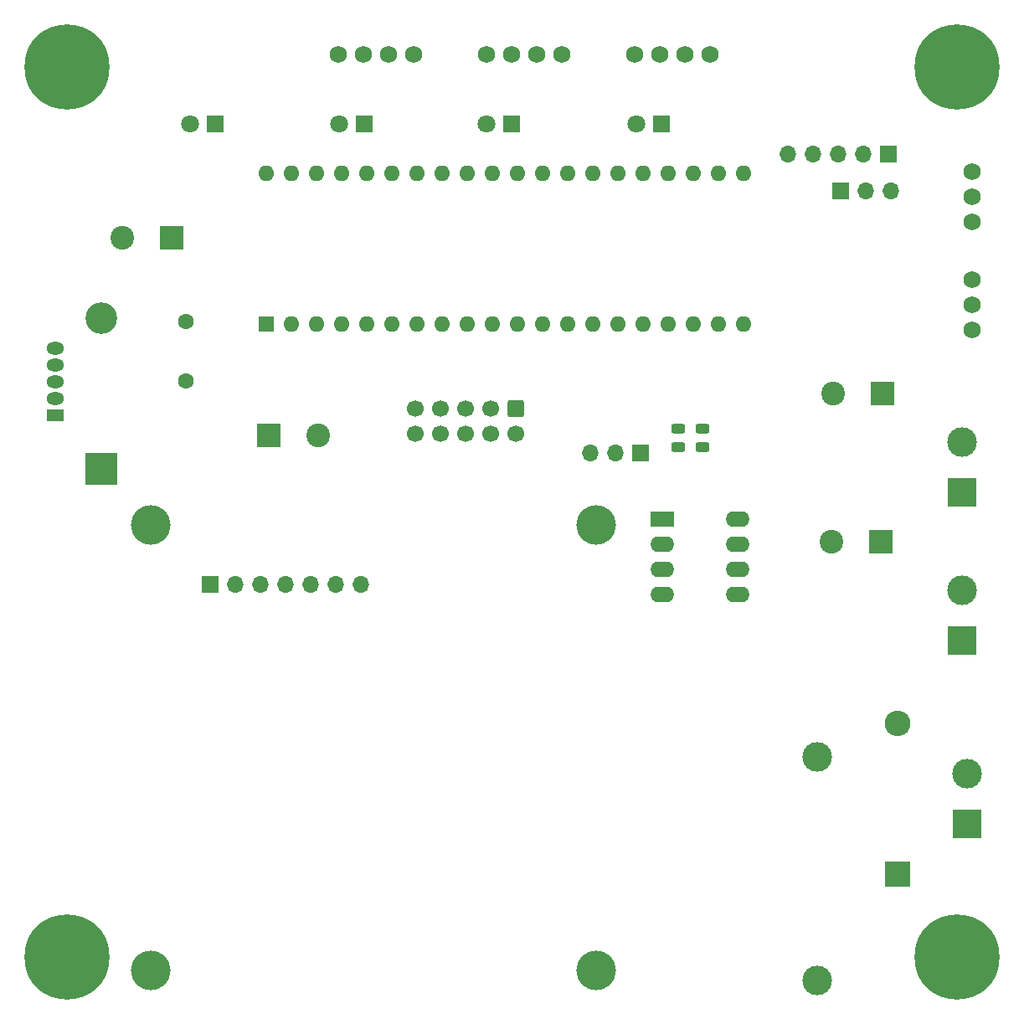
<source format=gbr>
%TF.GenerationSoftware,KiCad,Pcbnew,8.0.8-unknown-202501170223~559b1827ca~ubuntu24.04.1*%
%TF.CreationDate,2025-02-15T19:36:14+01:00*%
%TF.ProjectId,horse_feeder,686f7273-655f-4666-9565-6465722e6b69,rev?*%
%TF.SameCoordinates,Original*%
%TF.FileFunction,Soldermask,Top*%
%TF.FilePolarity,Negative*%
%FSLAX46Y46*%
G04 Gerber Fmt 4.6, Leading zero omitted, Abs format (unit mm)*
G04 Created by KiCad (PCBNEW 8.0.8-unknown-202501170223~559b1827ca~ubuntu24.04.1) date 2025-02-15 19:36:14*
%MOMM*%
%LPD*%
G01*
G04 APERTURE LIST*
G04 Aperture macros list*
%AMRoundRect*
0 Rectangle with rounded corners*
0 $1 Rounding radius*
0 $2 $3 $4 $5 $6 $7 $8 $9 X,Y pos of 4 corners*
0 Add a 4 corners polygon primitive as box body*
4,1,4,$2,$3,$4,$5,$6,$7,$8,$9,$2,$3,0*
0 Add four circle primitives for the rounded corners*
1,1,$1+$1,$2,$3*
1,1,$1+$1,$4,$5*
1,1,$1+$1,$6,$7*
1,1,$1+$1,$8,$9*
0 Add four rect primitives between the rounded corners*
20,1,$1+$1,$2,$3,$4,$5,0*
20,1,$1+$1,$4,$5,$6,$7,0*
20,1,$1+$1,$6,$7,$8,$9,0*
20,1,$1+$1,$8,$9,$2,$3,0*%
G04 Aperture macros list end*
%ADD10R,2.400000X2.400000*%
%ADD11C,2.400000*%
%ADD12R,1.700000X1.700000*%
%ADD13O,1.700000X1.700000*%
%ADD14C,1.727200*%
%ADD15C,4.000000*%
%ADD16C,0.900000*%
%ADD17C,8.600000*%
%ADD18R,1.800000X1.800000*%
%ADD19C,1.800000*%
%ADD20R,3.000000X3.000000*%
%ADD21C,3.000000*%
%ADD22RoundRect,0.243750X0.456250X-0.243750X0.456250X0.243750X-0.456250X0.243750X-0.456250X-0.243750X0*%
%ADD23R,3.200000X3.200000*%
%ADD24O,3.200000X3.200000*%
%ADD25R,2.400000X1.600000*%
%ADD26O,2.400000X1.600000*%
%ADD27R,2.600000X2.600000*%
%ADD28O,2.600000X2.600000*%
%ADD29RoundRect,0.250000X-0.600000X0.600000X-0.600000X-0.600000X0.600000X-0.600000X0.600000X0.600000X0*%
%ADD30C,1.700000*%
%ADD31R,1.800000X1.275000*%
%ADD32O,1.800000X1.275000*%
%ADD33C,1.600000*%
%ADD34R,1.600000X1.600000*%
%ADD35O,1.600000X1.600000*%
G04 APERTURE END LIST*
D10*
%TO.C,C2*%
X192323959Y-93000000D03*
D11*
X187323959Y-93000000D03*
%TD*%
D12*
%TO.C,J7*%
X188247500Y-57537500D03*
D13*
X190787500Y-57537500D03*
X193327500Y-57537500D03*
%TD*%
D14*
%TO.C,J9*%
X175060000Y-43749999D03*
X172520000Y-43749999D03*
X169980000Y-43749999D03*
X167440000Y-43749999D03*
%TD*%
D15*
%TO.C,M1*%
X118510000Y-136325000D03*
X163510000Y-136325000D03*
X118510000Y-91325000D03*
X163510000Y-91325000D03*
D12*
X124510000Y-97325000D03*
D13*
X127050000Y-97325000D03*
X129590000Y-97325000D03*
X132130000Y-97325000D03*
X134670000Y-97325000D03*
X137210000Y-97325000D03*
X139750000Y-97325000D03*
%TD*%
D16*
%TO.C,H4*%
X196775000Y-45000000D03*
X197719581Y-42719581D03*
X197719581Y-47280419D03*
X200000000Y-41775000D03*
D17*
X200000000Y-45000000D03*
D16*
X200000000Y-48225000D03*
X202280419Y-42719581D03*
X202280419Y-47280419D03*
X203225000Y-45000000D03*
%TD*%
D18*
%TO.C,D8*%
X170085000Y-50749999D03*
D19*
X167545000Y-50749999D03*
%TD*%
D20*
%TO.C,J3*%
X200500000Y-88000000D03*
D21*
X200500000Y-82920000D03*
%TD*%
D20*
%TO.C,J2*%
X200500000Y-103000000D03*
D21*
X200500000Y-97920000D03*
%TD*%
D18*
%TO.C,D9*%
X155005000Y-50749999D03*
D19*
X152465000Y-50749999D03*
%TD*%
D21*
%TO.C,F1*%
X185905000Y-137330000D03*
X185905000Y-114730000D03*
%TD*%
D22*
%TO.C,D12*%
X171810000Y-83417976D03*
X171810000Y-81542976D03*
%TD*%
D14*
%TO.C,J6*%
X201500000Y-60640400D03*
X201500000Y-58100400D03*
X201500000Y-55560400D03*
%TD*%
D23*
%TO.C,D2*%
X113500000Y-85620000D03*
D24*
X113500000Y-70380000D03*
%TD*%
D10*
%TO.C,C3*%
X192500000Y-78000000D03*
D11*
X187500000Y-78000000D03*
%TD*%
D25*
%TO.C,U2*%
X170200000Y-90700000D03*
D26*
X170200000Y-93240000D03*
X170200000Y-95780000D03*
X170200000Y-98320000D03*
X177820000Y-98320000D03*
X177820000Y-95780000D03*
X177820000Y-93240000D03*
X177820000Y-90700000D03*
%TD*%
D27*
%TO.C,D1*%
X194000000Y-126620000D03*
D28*
X194000000Y-111380000D03*
%TD*%
D29*
%TO.C,J8*%
X155350000Y-79572500D03*
D30*
X155350000Y-82112500D03*
X152810000Y-79572500D03*
X152810000Y-82112500D03*
X150270000Y-79572500D03*
X150270000Y-82112500D03*
X147730000Y-79572500D03*
X147730000Y-82112500D03*
X145190000Y-79572500D03*
X145190000Y-82112500D03*
%TD*%
D18*
%TO.C,D10*%
X125025000Y-50750000D03*
D19*
X122485000Y-50750000D03*
%TD*%
D14*
%TO.C,J11*%
X160060000Y-43749999D03*
X157520000Y-43749999D03*
X154980000Y-43749999D03*
X152440000Y-43749999D03*
%TD*%
D22*
%TO.C,D11*%
X174260000Y-83417976D03*
X174260000Y-81542976D03*
%TD*%
D31*
%TO.C,U5*%
X108840000Y-80200000D03*
D32*
X108840000Y-78500000D03*
X108840000Y-76800000D03*
X108840000Y-75100000D03*
X108840000Y-73400000D03*
%TD*%
D14*
%TO.C,J10*%
X145060000Y-43749999D03*
X142520000Y-43749999D03*
X139980000Y-43749999D03*
X137440000Y-43749999D03*
%TD*%
D33*
%TO.C,L1*%
X122000000Y-76750000D03*
X122000000Y-70750000D03*
%TD*%
D34*
%TO.C,U3*%
X130125000Y-70987500D03*
D35*
X132665000Y-70987500D03*
X135205000Y-70987500D03*
X137745000Y-70987500D03*
X140285000Y-70987500D03*
X142825000Y-70987500D03*
X145365000Y-70987500D03*
X147905000Y-70987500D03*
X150445000Y-70987500D03*
X152985000Y-70987500D03*
X155525000Y-70987500D03*
X158065000Y-70987500D03*
X160605000Y-70987500D03*
X163145000Y-70987500D03*
X165685000Y-70987500D03*
X168225000Y-70987500D03*
X170765000Y-70987500D03*
X173305000Y-70987500D03*
X175845000Y-70987500D03*
X178385000Y-70987500D03*
X178385000Y-55747500D03*
X175845000Y-55747500D03*
X173305000Y-55747500D03*
X170765000Y-55747500D03*
X168225000Y-55747500D03*
X165685000Y-55747500D03*
X163145000Y-55747500D03*
X160605000Y-55747500D03*
X158065000Y-55747500D03*
X155525000Y-55747500D03*
X152985000Y-55747500D03*
X150445000Y-55747500D03*
X147905000Y-55747500D03*
X145365000Y-55747500D03*
X142825000Y-55747500D03*
X140285000Y-55747500D03*
X137745000Y-55747500D03*
X135205000Y-55747500D03*
X132665000Y-55747500D03*
X130125000Y-55747500D03*
%TD*%
D14*
%TO.C,J4*%
X201500000Y-71540000D03*
X201500000Y-69000000D03*
X201500000Y-66460000D03*
%TD*%
D20*
%TO.C,J1*%
X201000000Y-121500000D03*
D21*
X201000000Y-116420000D03*
%TD*%
D10*
%TO.C,C28*%
X130426041Y-82250000D03*
D11*
X135426041Y-82250000D03*
%TD*%
D16*
%TO.C,H1*%
X106775000Y-45000000D03*
X107719581Y-42719581D03*
X107719581Y-47280419D03*
X110000000Y-41775000D03*
D17*
X110000000Y-45000000D03*
D16*
X110000000Y-48225000D03*
X112280419Y-42719581D03*
X112280419Y-47280419D03*
X113225000Y-45000000D03*
%TD*%
D18*
%TO.C,D7*%
X140085000Y-50749999D03*
D19*
X137545000Y-50749999D03*
%TD*%
D12*
%TO.C,U4*%
X193062500Y-53787500D03*
D13*
X190522500Y-53787500D03*
X187982500Y-53787500D03*
X185442500Y-53787500D03*
X182902500Y-53787500D03*
%TD*%
D12*
%TO.C,J5*%
X168025000Y-84000000D03*
D13*
X165485000Y-84000000D03*
X162945000Y-84000000D03*
%TD*%
D10*
%TO.C,C4*%
X120573959Y-62250000D03*
D11*
X115573959Y-62250000D03*
%TD*%
D16*
%TO.C,H3*%
X196775000Y-135000000D03*
X197719581Y-132719581D03*
X197719581Y-137280419D03*
X200000000Y-131775000D03*
D17*
X200000000Y-135000000D03*
D16*
X200000000Y-138225000D03*
X202280419Y-132719581D03*
X202280419Y-137280419D03*
X203225000Y-135000000D03*
%TD*%
%TO.C,H2*%
X106775000Y-135000000D03*
X107719581Y-132719581D03*
X107719581Y-137280419D03*
X110000000Y-131775000D03*
D17*
X110000000Y-135000000D03*
D16*
X110000000Y-138225000D03*
X112280419Y-132719581D03*
X112280419Y-137280419D03*
X113225000Y-135000000D03*
%TD*%
M02*

</source>
